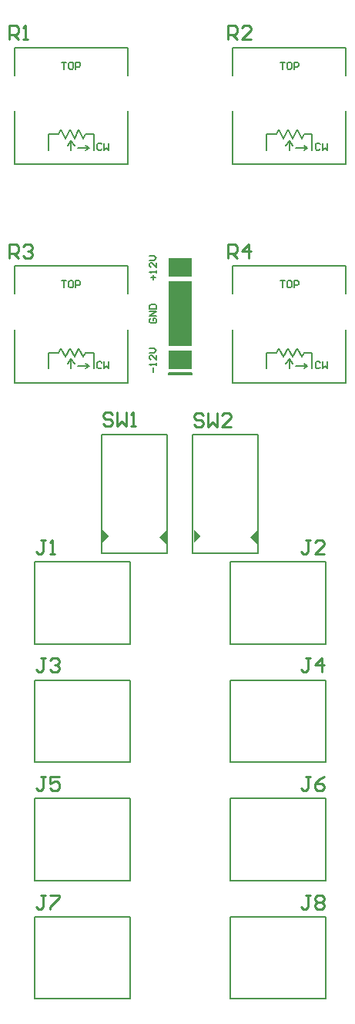
<source format=gto>
G04 Layer_Color=65535*
%FSLAX43Y43*%
%MOMM*%
G71*
G01*
G75*
%ADD20C,0.200*%
%ADD31C,0.127*%
%ADD32C,0.254*%
%ADD33R,2.540X2.000*%
%ADD34R,2.540X7.080*%
G36*
X108500Y158500D02*
X107750Y159250D01*
X108500Y160000D01*
Y158500D01*
D02*
G37*
G36*
X98500D02*
X97750Y159250D01*
X98500Y160000D01*
Y158500D01*
D02*
G37*
G36*
X102250Y159350D02*
X101500Y158600D01*
Y160100D01*
X102250Y159350D01*
D02*
G37*
G36*
X92250D02*
X91500Y158600D01*
Y160100D01*
X92250Y159350D01*
D02*
G37*
D20*
X98725Y177100D02*
Y177300D01*
X101275Y177100D02*
Y177300D01*
X98725Y177200D02*
X101275D01*
X98725Y177100D02*
X101275D01*
X98725Y177300D02*
X101275D01*
X105500Y156500D02*
X116000D01*
X105500Y147500D02*
X116000D01*
X105500D02*
Y156500D01*
X116000Y147500D02*
Y156500D01*
X105500Y143500D02*
X116000D01*
X105500Y134500D02*
X116000D01*
X105500D02*
Y143500D01*
X116000Y134500D02*
Y143500D01*
X105500Y130500D02*
X116000D01*
X105500Y121500D02*
X116000D01*
X105500D02*
Y130500D01*
X116000Y121500D02*
Y130500D01*
Y108500D02*
Y117500D01*
X105500Y108500D02*
Y117500D01*
Y108500D02*
X116000D01*
X105500Y117500D02*
X116000D01*
X89625Y201750D02*
X90000Y202000D01*
X89625Y202250D02*
X90000Y202000D01*
X88750D02*
X90000D01*
X87625Y202250D02*
X88000Y202750D01*
X88375Y202250D01*
X88000Y201750D02*
Y202750D01*
X85500Y201750D02*
Y203500D01*
X86625D01*
X90500Y201750D02*
Y203500D01*
X89625D02*
X90500D01*
X89375Y203000D02*
X89625Y203500D01*
X88875Y204000D02*
X89375Y203000D01*
X88375D02*
X88875Y204000D01*
X87875D02*
X88375Y203000D01*
X87375D02*
X87875Y204000D01*
X86875D02*
X87375Y203000D01*
X86625Y203500D02*
X86875Y204000D01*
X81775Y200175D02*
X94225D01*
X81775Y213025D02*
X94225D01*
X81775Y200175D02*
Y206025D01*
Y209975D02*
Y213025D01*
X94225Y209975D02*
Y213025D01*
Y200175D02*
Y206025D01*
X113625Y201750D02*
X114000Y202000D01*
X113625Y202250D02*
X114000Y202000D01*
X112750D02*
X114000D01*
X111625Y202250D02*
X112000Y202750D01*
X112375Y202250D01*
X112000Y201750D02*
Y202750D01*
X109500Y201750D02*
Y203500D01*
X110625D01*
X114500Y201750D02*
Y203500D01*
X113625D02*
X114500D01*
X113375Y203000D02*
X113625Y203500D01*
X112875Y204000D02*
X113375Y203000D01*
X112375D02*
X112875Y204000D01*
X111875D02*
X112375Y203000D01*
X111375D02*
X111875Y204000D01*
X110875D02*
X111375Y203000D01*
X110625Y203500D02*
X110875Y204000D01*
X105775Y200175D02*
X118225D01*
X105775Y213025D02*
X118225D01*
X105775Y200175D02*
Y206025D01*
Y209975D02*
Y213025D01*
X118225Y209975D02*
Y213025D01*
Y200175D02*
Y206025D01*
X89625Y177750D02*
X90000Y178000D01*
X89625Y178250D02*
X90000Y178000D01*
X88750D02*
X90000D01*
X87625Y178250D02*
X88000Y178750D01*
X88375Y178250D01*
X88000Y177750D02*
Y178750D01*
X85500Y177750D02*
Y179500D01*
X86625D01*
X90500Y177750D02*
Y179500D01*
X89625D02*
X90500D01*
X89375Y179000D02*
X89625Y179500D01*
X88875Y180000D02*
X89375Y179000D01*
X88375D02*
X88875Y180000D01*
X87875D02*
X88375Y179000D01*
X87375D02*
X87875Y180000D01*
X86875D02*
X87375Y179000D01*
X86625Y179500D02*
X86875Y180000D01*
X81775Y176175D02*
X94225D01*
X81775Y189025D02*
X94225D01*
X81775Y176175D02*
Y182025D01*
Y185975D02*
Y189025D01*
X94225Y185975D02*
Y189025D01*
Y176175D02*
Y182025D01*
X84000Y147500D02*
X94500D01*
X84000Y156500D02*
X94500D01*
Y147500D02*
Y156500D01*
X84000Y147500D02*
Y156500D01*
Y134500D02*
X94500D01*
X84000Y143500D02*
X94500D01*
Y134500D02*
Y143500D01*
X84000Y134500D02*
Y143500D01*
Y121500D02*
X94500D01*
X84000Y130500D02*
X94500D01*
Y121500D02*
Y130500D01*
X84000Y121500D02*
Y130500D01*
X113625Y177750D02*
X114000Y178000D01*
X113625Y178250D02*
X114000Y178000D01*
X112750D02*
X114000D01*
X111625Y178250D02*
X112000Y178750D01*
X112375Y178250D01*
X112000Y177750D02*
Y178750D01*
X109500Y177750D02*
Y179500D01*
X110625D01*
X114500Y177750D02*
Y179500D01*
X113625D02*
X114500D01*
X113375Y179000D02*
X113625Y179500D01*
X112875Y180000D02*
X113375Y179000D01*
X112375D02*
X112875Y180000D01*
X111875D02*
X112375Y179000D01*
X111375D02*
X111875Y180000D01*
X110875D02*
X111375Y179000D01*
X110625Y179500D02*
X110875Y180000D01*
X105775Y176175D02*
X118225D01*
X105775Y189025D02*
X118225D01*
X105775Y176175D02*
Y182025D01*
Y185975D02*
Y189025D01*
X118225Y185975D02*
Y189025D01*
Y176175D02*
Y182025D01*
X84000Y108500D02*
Y117500D01*
X94500Y108500D02*
Y117500D01*
X84000D02*
X94500D01*
X84000Y108500D02*
X94500D01*
X101400Y157475D02*
X108600D01*
X101400D02*
Y170525D01*
X108600D01*
Y157475D02*
Y170525D01*
X98600Y157475D02*
Y170525D01*
X91400D02*
X98600D01*
X91400Y157475D02*
Y170525D01*
Y157475D02*
X98600D01*
D31*
X97042Y177337D02*
Y177845D01*
X97423Y178099D02*
Y178353D01*
Y178226D01*
X96661D01*
X96788Y178099D01*
X97423Y179241D02*
Y178733D01*
X96915Y179241D01*
X96788D01*
X96661Y179114D01*
Y178860D01*
X96788Y178733D01*
X96661Y179495D02*
X97169D01*
X97423Y179749D01*
X97169Y180003D01*
X96661D01*
X115398Y178387D02*
X115271Y178514D01*
X115017D01*
X114890Y178387D01*
Y177879D01*
X115017Y177752D01*
X115271D01*
X115398Y177879D01*
X115652Y178514D02*
Y177752D01*
X115906Y178006D01*
X116160Y177752D01*
Y178514D01*
X91398Y178387D02*
X91271Y178514D01*
X91017D01*
X90890Y178387D01*
Y177879D01*
X91017Y177752D01*
X91271D01*
X91398Y177879D01*
X91652Y178514D02*
Y177752D01*
X91906Y178006D01*
X92160Y177752D01*
Y178514D01*
X110984Y211389D02*
X111492D01*
X111238D01*
Y210627D01*
X112127Y211389D02*
X111873D01*
X111746Y211262D01*
Y210754D01*
X111873Y210627D01*
X112127D01*
X112254Y210754D01*
Y211262D01*
X112127Y211389D01*
X112508Y210627D02*
Y211389D01*
X112889D01*
X113016Y211262D01*
Y211008D01*
X112889Y210881D01*
X112508D01*
X96788Y183242D02*
X96661Y183115D01*
Y182861D01*
X96788Y182734D01*
X97296D01*
X97423Y182861D01*
Y183115D01*
X97296Y183242D01*
X97042D01*
Y182988D01*
X97423Y183496D02*
X96661D01*
X97423Y184004D01*
X96661D01*
Y184258D02*
X97423D01*
Y184639D01*
X97296Y184766D01*
X96788D01*
X96661Y184639D01*
Y184258D01*
X86984Y187389D02*
X87492D01*
X87238D01*
Y186627D01*
X88127Y187389D02*
X87873D01*
X87746Y187262D01*
Y186754D01*
X87873Y186627D01*
X88127D01*
X88254Y186754D01*
Y187262D01*
X88127Y187389D01*
X88508Y186627D02*
Y187389D01*
X88889D01*
X89016Y187262D01*
Y187008D01*
X88889Y186881D01*
X88508D01*
X110984Y187389D02*
X111492D01*
X111238D01*
Y186627D01*
X112127Y187389D02*
X111873D01*
X111746Y187262D01*
Y186754D01*
X111873Y186627D01*
X112127D01*
X112254Y186754D01*
Y187262D01*
X112127Y187389D01*
X112508Y186627D02*
Y187389D01*
X112889D01*
X113016Y187262D01*
Y187008D01*
X112889Y186881D01*
X112508D01*
X91398Y202387D02*
X91271Y202514D01*
X91017D01*
X90890Y202387D01*
Y201879D01*
X91017Y201752D01*
X91271D01*
X91398Y201879D01*
X91652Y202514D02*
Y201752D01*
X91906Y202006D01*
X92160Y201752D01*
Y202514D01*
X97042Y187497D02*
Y188005D01*
X96788Y187751D02*
X97296D01*
X97423Y188259D02*
Y188513D01*
Y188386D01*
X96661D01*
X96788Y188259D01*
X97423Y189401D02*
Y188893D01*
X96915Y189401D01*
X96788D01*
X96661Y189274D01*
Y189020D01*
X96788Y188893D01*
X96661Y189655D02*
X97169D01*
X97423Y189909D01*
X97169Y190163D01*
X96661D01*
X86984Y211389D02*
X87492D01*
X87238D01*
Y210627D01*
X88127Y211389D02*
X87873D01*
X87746Y211262D01*
Y210754D01*
X87873Y210627D01*
X88127D01*
X88254Y210754D01*
Y211262D01*
X88127Y211389D01*
X88508Y210627D02*
Y211389D01*
X88889D01*
X89016Y211262D01*
Y211008D01*
X88889Y210881D01*
X88508D01*
X115398Y202387D02*
X115271Y202514D01*
X115017D01*
X114890Y202387D01*
Y201879D01*
X115017Y201752D01*
X115271D01*
X115398Y201879D01*
X115652Y202514D02*
Y201752D01*
X115906Y202006D01*
X116160Y201752D01*
Y202514D01*
D32*
X85166Y158877D02*
X84658D01*
X84912D01*
Y157607D01*
X84658Y157353D01*
X84404D01*
X84150Y157607D01*
X85674Y157353D02*
X86182D01*
X85928D01*
Y158877D01*
X85674Y158623D01*
X114325Y158877D02*
X113817D01*
X114071D01*
Y157607D01*
X113817Y157353D01*
X113563D01*
X113309Y157607D01*
X115849Y157353D02*
X114833D01*
X115849Y158369D01*
Y158623D01*
X115595Y158877D01*
X115087D01*
X114833Y158623D01*
X85166Y145897D02*
X84658D01*
X84912D01*
Y144628D01*
X84658Y144374D01*
X84404D01*
X84150Y144628D01*
X85674Y145643D02*
X85928Y145897D01*
X86435D01*
X86689Y145643D01*
Y145389D01*
X86435Y145135D01*
X86182D01*
X86435D01*
X86689Y144881D01*
Y144628D01*
X86435Y144374D01*
X85928D01*
X85674Y144628D01*
X114325Y145897D02*
X113817D01*
X114071D01*
Y144628D01*
X113817Y144374D01*
X113563D01*
X113309Y144628D01*
X115595Y144374D02*
Y145897D01*
X114833Y145135D01*
X115849D01*
X85166Y132892D02*
X84658D01*
X84912D01*
Y131623D01*
X84658Y131369D01*
X84404D01*
X84150Y131623D01*
X86689Y132892D02*
X85674D01*
Y132131D01*
X86182Y132384D01*
X86435D01*
X86689Y132131D01*
Y131623D01*
X86435Y131369D01*
X85928D01*
X85674Y131623D01*
X114325Y132892D02*
X113817D01*
X114071D01*
Y131623D01*
X113817Y131369D01*
X113563D01*
X113309Y131623D01*
X115849Y132892D02*
X115341Y132638D01*
X114833Y132131D01*
Y131623D01*
X115087Y131369D01*
X115595D01*
X115849Y131623D01*
Y131877D01*
X115595Y132131D01*
X114833D01*
X81255Y213893D02*
Y215417D01*
X82016D01*
X82270Y215163D01*
Y214655D01*
X82016Y214401D01*
X81255D01*
X81762D02*
X82270Y213893D01*
X82778D02*
X83286D01*
X83032D01*
Y215417D01*
X82778Y215163D01*
X105258Y213893D02*
Y215417D01*
X106019D01*
X106273Y215163D01*
Y214655D01*
X106019Y214401D01*
X105258D01*
X105765D02*
X106273Y213893D01*
X107797D02*
X106781D01*
X107797Y214909D01*
Y215163D01*
X107543Y215417D01*
X107035D01*
X106781Y215163D01*
X81255Y189890D02*
Y191414D01*
X82016D01*
X82270Y191160D01*
Y190652D01*
X82016Y190398D01*
X81255D01*
X81762D02*
X82270Y189890D01*
X82778Y191160D02*
X83032Y191414D01*
X83540D01*
X83794Y191160D01*
Y190906D01*
X83540Y190652D01*
X83286D01*
X83540D01*
X83794Y190398D01*
Y190144D01*
X83540Y189890D01*
X83032D01*
X82778Y190144D01*
X85166Y119888D02*
X84658D01*
X84912D01*
Y118618D01*
X84658Y118364D01*
X84404D01*
X84150Y118618D01*
X85674Y119888D02*
X86689D01*
Y119634D01*
X85674Y118618D01*
Y118364D01*
X114325Y119888D02*
X113817D01*
X114071D01*
Y118618D01*
X113817Y118364D01*
X113563D01*
X113309Y118618D01*
X114833Y119634D02*
X115087Y119888D01*
X115595D01*
X115849Y119634D01*
Y119380D01*
X115595Y119126D01*
X115849Y118872D01*
Y118618D01*
X115595Y118364D01*
X115087D01*
X114833Y118618D01*
Y118872D01*
X115087Y119126D01*
X114833Y119380D01*
Y119634D01*
X115087Y119126D02*
X115595D01*
X105258Y189890D02*
Y191414D01*
X106019D01*
X106273Y191160D01*
Y190652D01*
X106019Y190398D01*
X105258D01*
X105765D02*
X106273Y189890D01*
X107543D02*
Y191414D01*
X106781Y190652D01*
X107797D01*
X92559Y172652D02*
X92306Y172906D01*
X91798D01*
X91544Y172652D01*
Y172398D01*
X91798Y172144D01*
X92306D01*
X92559Y171890D01*
Y171636D01*
X92306Y171382D01*
X91798D01*
X91544Y171636D01*
X93067Y172906D02*
Y171382D01*
X93575Y171890D01*
X94083Y171382D01*
Y172906D01*
X94591Y171382D02*
X95099D01*
X94845D01*
Y172906D01*
X94591Y172652D01*
X102577Y172644D02*
X102323Y172898D01*
X101816D01*
X101562Y172644D01*
Y172390D01*
X101816Y172136D01*
X102323D01*
X102577Y171882D01*
Y171628D01*
X102323Y171374D01*
X101816D01*
X101562Y171628D01*
X103085Y172898D02*
Y171374D01*
X103593Y171882D01*
X104101Y171374D01*
Y172898D01*
X105624Y171374D02*
X104609D01*
X105624Y172390D01*
Y172644D01*
X105370Y172898D01*
X104863D01*
X104609Y172644D01*
D33*
X100000Y188830D02*
D03*
Y178670D02*
D03*
D34*
X100000Y183750D02*
D03*
M02*

</source>
